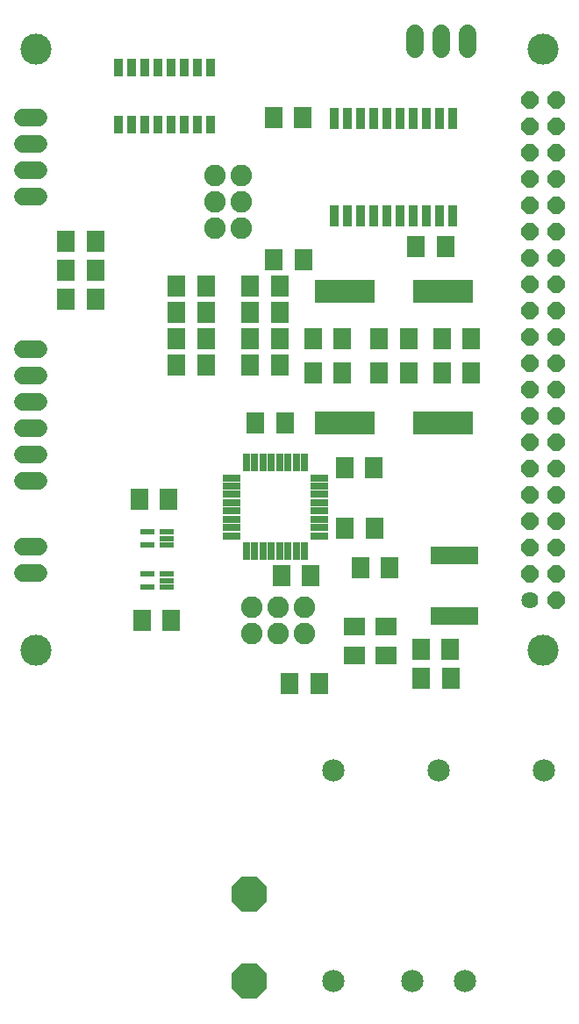
<source format=gbr>
G04 EAGLE Gerber RS-274X export*
G75*
%MOMM*%
%FSLAX34Y34*%
%LPD*%
%INSoldermask Top*%
%IPPOS*%
%AMOC8*
5,1,8,0,0,1.08239X$1,22.5*%
G01*
%ADD10R,0.903200X2.128200*%
%ADD11R,0.653200X1.678200*%
%ADD12C,1.625600*%
%ADD13P,1.759533X8X112.500000*%
%ADD14R,0.853200X1.778200*%
%ADD15R,1.403200X0.603200*%
%ADD16C,3.003200*%
%ADD17R,5.803200X2.303200*%
%ADD18C,2.082800*%
%ADD19R,1.803200X2.003200*%
%ADD20C,1.727200*%
%ADD21R,1.803200X2.006200*%
%ADD22C,2.153200*%
%ADD23P,3.656530X8X202.500000*%
%ADD24R,0.803200X1.703200*%
%ADD25R,1.703200X0.803200*%
%ADD26R,2.006200X1.803200*%


D10*
X468630Y829180D03*
X481330Y829180D03*
X494030Y829180D03*
X506730Y829180D03*
X519430Y829180D03*
X532130Y829180D03*
X544830Y829180D03*
X557530Y829180D03*
X570230Y829180D03*
X582930Y829180D03*
X582930Y923420D03*
X570230Y923420D03*
X557530Y923420D03*
X544830Y923420D03*
X532130Y923420D03*
X519430Y923420D03*
X506730Y923420D03*
X494030Y923420D03*
X481330Y923420D03*
X468630Y923420D03*
D11*
X564700Y443060D03*
X571200Y443060D03*
X577700Y443060D03*
X584200Y443060D03*
X590700Y443060D03*
X597200Y443060D03*
X603700Y443060D03*
X603700Y501820D03*
X597200Y501820D03*
X590700Y501820D03*
X584200Y501820D03*
X577700Y501820D03*
X571200Y501820D03*
X564700Y501820D03*
D12*
X657300Y458700D03*
D13*
X682700Y458700D03*
X657300Y484100D03*
X682700Y484100D03*
X657300Y509500D03*
X682700Y509500D03*
X657300Y534900D03*
X682700Y534900D03*
X657300Y560300D03*
X682700Y560300D03*
X657300Y585700D03*
X682700Y585700D03*
X657300Y611100D03*
X682700Y611100D03*
X657300Y636500D03*
X682700Y636500D03*
X657300Y661900D03*
X682700Y661900D03*
X657300Y687300D03*
X682700Y687300D03*
X657300Y712700D03*
X682700Y712700D03*
X657300Y738100D03*
X682700Y738100D03*
X657300Y763500D03*
X682700Y763500D03*
X657300Y788900D03*
X682700Y788900D03*
X657300Y814300D03*
X682700Y814300D03*
X657300Y839700D03*
X682700Y839700D03*
X657300Y865100D03*
X682700Y865100D03*
X657300Y890500D03*
X682700Y890500D03*
X657300Y915900D03*
X682700Y915900D03*
X657300Y941300D03*
X682700Y941300D03*
D14*
X349250Y972260D03*
X336550Y972260D03*
X323850Y972260D03*
X311150Y972260D03*
X298450Y972260D03*
X285750Y972260D03*
X273050Y972260D03*
X260350Y972260D03*
X260350Y917500D03*
X273050Y917500D03*
X285750Y917500D03*
X298450Y917500D03*
X311150Y917500D03*
X323850Y917500D03*
X336550Y917500D03*
X349250Y917500D03*
D15*
X306680Y511660D03*
X306680Y518160D03*
X306680Y524660D03*
X287680Y524660D03*
X287680Y511660D03*
D16*
X180000Y410000D03*
X670000Y410000D03*
X180000Y990000D03*
X670000Y990000D03*
D17*
X478280Y756920D03*
X573280Y756920D03*
X573280Y629920D03*
X478280Y629920D03*
D18*
X378460Y868680D03*
X353060Y868680D03*
X378460Y843280D03*
X353060Y843280D03*
X378460Y817880D03*
X353060Y817880D03*
X388620Y452120D03*
X388620Y426720D03*
X414020Y452120D03*
X414020Y426720D03*
X439420Y452120D03*
X439420Y426720D03*
D19*
X438180Y924560D03*
X410180Y924560D03*
X522000Y490220D03*
X494000Y490220D03*
X476280Y711200D03*
X448280Y711200D03*
X572740Y711200D03*
X600740Y711200D03*
X572740Y678180D03*
X600740Y678180D03*
X476280Y678180D03*
X448280Y678180D03*
X283180Y439420D03*
X311180Y439420D03*
X417800Y482600D03*
X445800Y482600D03*
D20*
X182880Y701040D02*
X167640Y701040D01*
X167640Y675640D02*
X182880Y675640D01*
X182880Y650240D02*
X167640Y650240D01*
X167640Y624840D02*
X182880Y624840D01*
X182880Y599440D02*
X167640Y599440D01*
X167640Y574040D02*
X182880Y574040D01*
X546100Y990600D02*
X546100Y1005840D01*
X571500Y1005840D02*
X571500Y990600D01*
X596900Y990600D02*
X596900Y1005840D01*
X182880Y924560D02*
X167640Y924560D01*
X167640Y899160D02*
X182880Y899160D01*
X182880Y873760D02*
X167640Y873760D01*
X167640Y848360D02*
X182880Y848360D01*
X182880Y485140D02*
X167640Y485140D01*
X167640Y510540D02*
X182880Y510540D01*
D15*
X306680Y471020D03*
X306680Y477520D03*
X306680Y484020D03*
X287680Y484020D03*
X287680Y471020D03*
D19*
X280640Y556260D03*
X308640Y556260D03*
D21*
X387100Y685800D03*
X415540Y685800D03*
X387100Y711200D03*
X415540Y711200D03*
X387100Y736600D03*
X415540Y736600D03*
X387100Y762000D03*
X415540Y762000D03*
X315980Y685800D03*
X344420Y685800D03*
X315980Y711200D03*
X344420Y711200D03*
X315980Y736600D03*
X344420Y736600D03*
X315980Y762000D03*
X344420Y762000D03*
D22*
X594360Y91440D03*
X543560Y91440D03*
X670560Y294640D03*
X568960Y294640D03*
X467360Y294640D03*
X467360Y91440D03*
D23*
X386080Y175260D03*
X386080Y91440D03*
D21*
X409960Y787400D03*
X438400Y787400D03*
X209300Y805180D03*
X237740Y805180D03*
X209300Y777240D03*
X237740Y777240D03*
X209300Y749300D03*
X237740Y749300D03*
X511560Y711200D03*
X540000Y711200D03*
X575560Y800100D03*
X547120Y800100D03*
X540000Y678180D03*
X511560Y678180D03*
X420620Y629920D03*
X392180Y629920D03*
D19*
X580420Y411480D03*
X552420Y411480D03*
D21*
X580640Y383540D03*
X552200Y383540D03*
D24*
X439480Y591140D03*
X431480Y591140D03*
X423480Y591140D03*
X415480Y591140D03*
X407480Y591140D03*
X399480Y591140D03*
X391480Y591140D03*
X383480Y591140D03*
D25*
X368980Y576640D03*
X368980Y568640D03*
X368980Y560640D03*
X368980Y552640D03*
X368980Y544640D03*
X368980Y536640D03*
X368980Y528640D03*
X368980Y520640D03*
D24*
X383480Y506140D03*
X391480Y506140D03*
X399480Y506140D03*
X407480Y506140D03*
X415480Y506140D03*
X423480Y506140D03*
X431480Y506140D03*
X439480Y506140D03*
D25*
X453980Y520640D03*
X453980Y528640D03*
X453980Y536640D03*
X453980Y544640D03*
X453980Y552640D03*
X453980Y560640D03*
X453980Y568640D03*
X453980Y576640D03*
D21*
X478540Y528320D03*
X506980Y528320D03*
D19*
X478760Y586740D03*
X506760Y586740D03*
D26*
X487680Y404880D03*
X487680Y433320D03*
X518160Y404880D03*
X518160Y433320D03*
D21*
X453640Y378460D03*
X425200Y378460D03*
M02*

</source>
